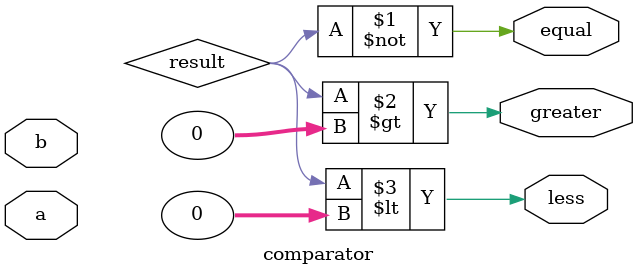
<source format=v>
module comparator(
    input wire [63:0] a,
    input wire [63:0] b,
    output wire equal,
    output wire greater,
    output wire less
);

    assign equal = (result == 0);
    assign greater = (result > 0);
    assign less = (result < 0);

endmodule
</source>
